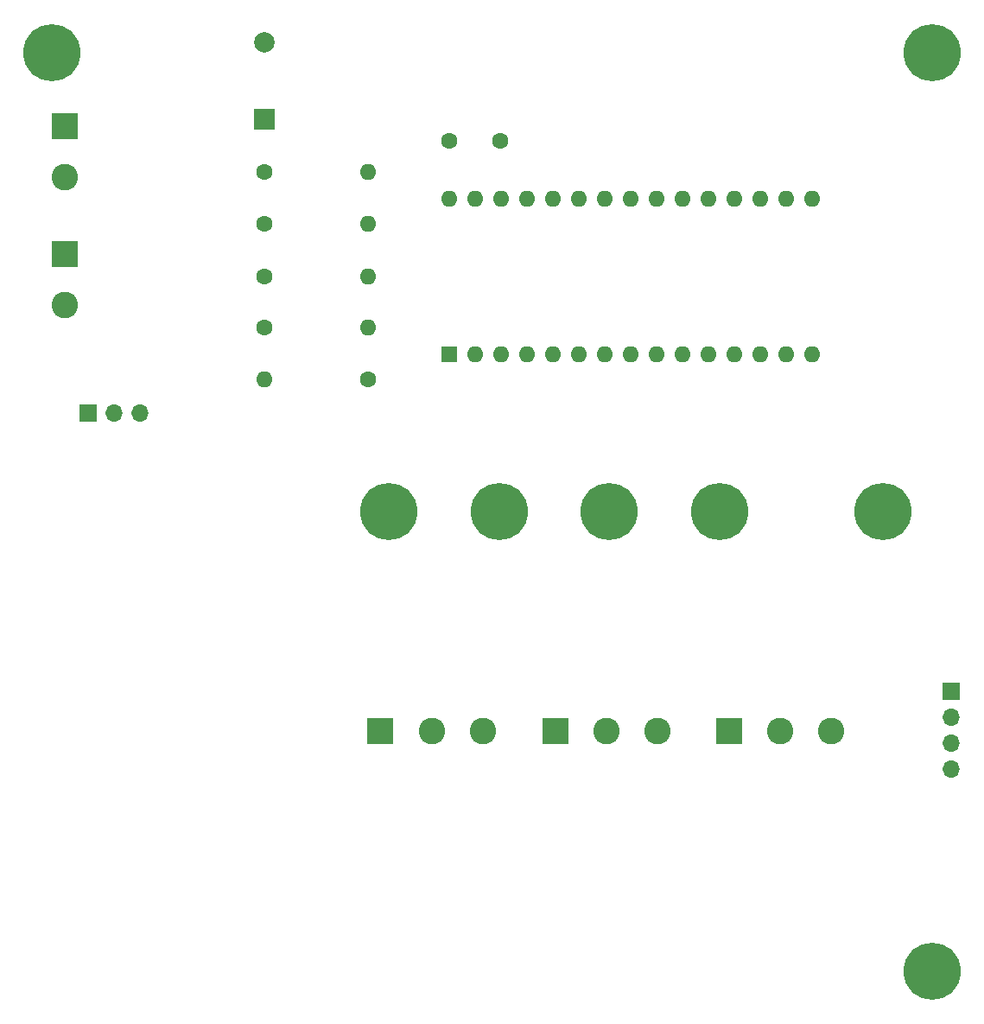
<source format=gbr>
%TF.GenerationSoftware,KiCad,Pcbnew,(6.0.6)*%
%TF.CreationDate,2022-06-23T22:13:12+02:00*%
%TF.ProjectId,dewpoint-pcb,64657770-6f69-46e7-942d-7063622e6b69,1.0*%
%TF.SameCoordinates,Original*%
%TF.FileFunction,Soldermask,Top*%
%TF.FilePolarity,Negative*%
%FSLAX46Y46*%
G04 Gerber Fmt 4.6, Leading zero omitted, Abs format (unit mm)*
G04 Created by KiCad (PCBNEW (6.0.6)) date 2022-06-23 22:13:12*
%MOMM*%
%LPD*%
G01*
G04 APERTURE LIST*
%ADD10O,1.600000X1.600000*%
%ADD11C,1.600000*%
%ADD12C,5.600000*%
%ADD13R,1.700000X1.700000*%
%ADD14O,1.700000X1.700000*%
%ADD15R,2.000000X2.000000*%
%ADD16C,2.000000*%
%ADD17R,2.600000X2.600000*%
%ADD18C,2.600000*%
%ADD19R,1.600000X1.600000*%
G04 APERTURE END LIST*
D10*
%TO.C,R5*%
X77978000Y-60960000D03*
D11*
X67818000Y-60960000D03*
%TD*%
%TO.C,R2*%
X67840000Y-55760000D03*
D10*
X78000000Y-55760000D03*
%TD*%
D12*
%TO.C,*%
X133250000Y-129000000D03*
%TD*%
%TO.C,*%
X101610000Y-84000000D03*
%TD*%
%TO.C,*%
X128410000Y-84000000D03*
%TD*%
D13*
%TO.C,J5*%
X135128000Y-101600000D03*
D14*
X135128000Y-104140000D03*
X135128000Y-106680000D03*
X135128000Y-109220000D03*
%TD*%
D15*
%TO.C,C1*%
X67818000Y-45527677D03*
D16*
X67818000Y-38027677D03*
%TD*%
D12*
%TO.C,*%
X46990000Y-39000000D03*
%TD*%
%TO.C,*%
X133250000Y-39000000D03*
%TD*%
%TO.C,*%
X112410000Y-84000000D03*
%TD*%
D17*
%TO.C,J7*%
X79184000Y-105461000D03*
D18*
X84184000Y-105461000D03*
X89184000Y-105461000D03*
%TD*%
D19*
%TO.C,A1*%
X85950000Y-68570000D03*
D10*
X88490000Y-68570000D03*
X91030000Y-68570000D03*
X93570000Y-68570000D03*
X96110000Y-68570000D03*
X98650000Y-68570000D03*
X101190000Y-68570000D03*
X103730000Y-68570000D03*
X106270000Y-68570000D03*
X108810000Y-68570000D03*
X111350000Y-68570000D03*
X113890000Y-68570000D03*
X116430000Y-68570000D03*
X118970000Y-68570000D03*
X121510000Y-68570000D03*
X121510000Y-53330000D03*
X118970000Y-53330000D03*
X116430000Y-53330000D03*
X113890000Y-53330000D03*
X111350000Y-53330000D03*
X108810000Y-53330000D03*
X106270000Y-53330000D03*
X103730000Y-53330000D03*
X101190000Y-53330000D03*
X98650000Y-53330000D03*
X96110000Y-53330000D03*
X93570000Y-53330000D03*
X91030000Y-53330000D03*
X88490000Y-53330000D03*
X85950000Y-53330000D03*
%TD*%
D17*
%TO.C,J3*%
X96364000Y-105461000D03*
D18*
X101364000Y-105461000D03*
X106364000Y-105461000D03*
%TD*%
D13*
%TO.C,J2*%
X50561000Y-74340000D03*
D14*
X53101000Y-74340000D03*
X55641000Y-74340000D03*
%TD*%
D11*
%TO.C,R3*%
X67840000Y-65920000D03*
D10*
X78000000Y-65920000D03*
%TD*%
D12*
%TO.C,REF\u002A\u002A*%
X90810000Y-84000000D03*
%TD*%
%TO.C,REF\u002A\u002A*%
X80010000Y-84000000D03*
%TD*%
D17*
%TO.C,J1*%
X48260000Y-46228000D03*
D18*
X48260000Y-51228000D03*
%TD*%
D17*
%TO.C,J4*%
X113364000Y-105461000D03*
D18*
X118364000Y-105461000D03*
X123364000Y-105461000D03*
%TD*%
D11*
%TO.C,R4*%
X78000000Y-71000000D03*
D10*
X67840000Y-71000000D03*
%TD*%
D11*
%TO.C,C2*%
X90892000Y-47625000D03*
X85892000Y-47625000D03*
%TD*%
D17*
%TO.C,J6*%
X48260000Y-58714000D03*
D18*
X48260000Y-63714000D03*
%TD*%
D11*
%TO.C,R1*%
X67840000Y-50680000D03*
D10*
X78000000Y-50680000D03*
%TD*%
M02*

</source>
